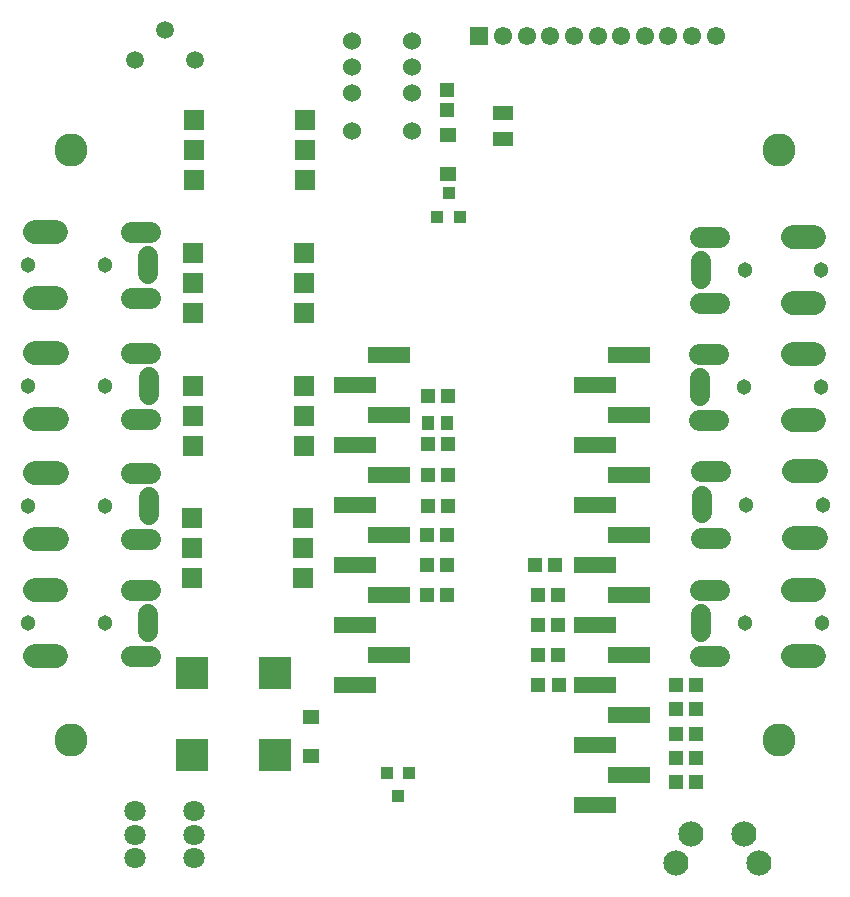
<source format=gts>
G04 EAGLE Gerber RS-274X export*
G75*
%MOMM*%
%FSLAX34Y34*%
%LPD*%
%INSoldermask Top*%
%IPPOS*%
%AMOC8*
5,1,8,0,0,1.08239X$1,22.5*%
G01*
%ADD10R,1.203200X1.303200*%
%ADD11R,1.003200X1.103200*%
%ADD12C,1.506200*%
%ADD13C,1.523200*%
%ADD14R,1.803200X1.653200*%
%ADD15C,1.703200*%
%ADD16C,1.803200*%
%ADD17C,2.003200*%
%ADD18C,1.303200*%
%ADD19R,1.303200X1.203200*%
%ADD20R,1.124100X1.173400*%
%ADD21C,2.803200*%
%ADD22R,1.703200X1.203200*%
%ADD23C,2.133600*%
%ADD24R,1.453200X1.153200*%
%ADD25C,1.803200*%
%ADD26R,1.553200X1.553200*%
%ADD27C,1.553200*%
%ADD28R,2.703200X2.703200*%
%ADD29R,3.633200X1.473200*%


D10*
X371740Y243260D03*
X388740Y243260D03*
D11*
X356710Y92730D03*
X337710Y92730D03*
X347210Y72730D03*
D12*
X124860Y696090D03*
X150260Y721490D03*
X175660Y696090D03*
D10*
X372600Y344910D03*
X389600Y344910D03*
X372470Y318990D03*
X389470Y318990D03*
X371760Y293770D03*
X388760Y293770D03*
D13*
X359220Y636190D03*
X359220Y668190D03*
X359220Y690190D03*
X359220Y712190D03*
X308420Y712190D03*
X308420Y690190D03*
X308420Y668190D03*
X308420Y636190D03*
D14*
X267900Y369667D03*
X267900Y395067D03*
X267900Y420467D03*
X173900Y420467D03*
X173900Y395067D03*
X173900Y369667D03*
D15*
X136300Y326300D02*
X136300Y311300D01*
D16*
X137300Y346800D02*
X121300Y346800D01*
X121300Y290800D02*
X137300Y290800D01*
D17*
X58300Y346800D02*
X40300Y346800D01*
X40300Y290800D02*
X58300Y290800D01*
D18*
X34300Y318800D03*
X99300Y318800D03*
D15*
X603900Y510900D02*
X603900Y525900D01*
D16*
X602900Y490400D02*
X618900Y490400D01*
X618900Y546400D02*
X602900Y546400D01*
D17*
X681900Y490400D02*
X699900Y490400D01*
X699900Y546400D02*
X681900Y546400D01*
D18*
X705900Y518400D03*
X640900Y518400D03*
D15*
X136400Y427800D02*
X136400Y412800D01*
D16*
X137400Y448300D02*
X121400Y448300D01*
X121400Y392300D02*
X137400Y392300D01*
D17*
X58400Y448300D02*
X40400Y448300D01*
X40400Y392300D02*
X58400Y392300D01*
D18*
X34400Y420300D03*
X99400Y420300D03*
D15*
X136100Y515200D02*
X136100Y530200D01*
D16*
X137100Y550700D02*
X121100Y550700D01*
X121100Y494700D02*
X137100Y494700D01*
D17*
X58100Y550700D02*
X40100Y550700D01*
X40100Y494700D02*
X58100Y494700D01*
D18*
X34100Y522700D03*
X99100Y522700D03*
D14*
X267600Y482033D03*
X267600Y507433D03*
X267600Y532833D03*
X173600Y532833D03*
X173600Y507433D03*
X173600Y482033D03*
X268500Y594400D03*
X268500Y619800D03*
X268500Y645200D03*
X174500Y645200D03*
X174500Y619800D03*
X174500Y594400D03*
D11*
X380700Y563550D03*
X399700Y563550D03*
X390200Y583550D03*
D10*
X371800Y268700D03*
X388800Y268700D03*
D15*
X603500Y411800D02*
X603500Y426800D01*
D16*
X602500Y391300D02*
X618500Y391300D01*
X618500Y447300D02*
X602500Y447300D01*
D17*
X681500Y391300D02*
X699500Y391300D01*
X699500Y447300D02*
X681500Y447300D01*
D18*
X705500Y419300D03*
X640500Y419300D03*
D19*
X388890Y653920D03*
X388890Y670920D03*
D10*
X389680Y370862D03*
X372680Y370862D03*
D20*
X373194Y388606D03*
X388686Y388606D03*
D21*
X70197Y120197D03*
X670197Y120197D03*
X70197Y620197D03*
X670197Y620197D03*
D22*
X436400Y651400D03*
X436400Y629400D03*
D23*
X640450Y41300D03*
X595450Y41300D03*
X652950Y16300D03*
X582950Y16300D03*
D24*
X273800Y107250D03*
X273800Y140250D03*
X389800Y632750D03*
X389800Y599750D03*
D15*
X604900Y327300D02*
X604900Y312300D01*
D16*
X603900Y291800D02*
X619900Y291800D01*
X619900Y347800D02*
X603900Y347800D01*
D17*
X682900Y291800D02*
X700900Y291800D01*
X700900Y347800D02*
X682900Y347800D01*
D18*
X706900Y319800D03*
X641900Y319800D03*
D15*
X604000Y226800D02*
X604000Y211800D01*
D16*
X603000Y191300D02*
X619000Y191300D01*
X619000Y247300D02*
X603000Y247300D01*
D17*
X682000Y191300D02*
X700000Y191300D01*
X700000Y247300D02*
X682000Y247300D01*
D18*
X706000Y219300D03*
X641000Y219300D03*
D10*
X582950Y84950D03*
X599950Y84950D03*
X599900Y166850D03*
X582900Y166850D03*
X599900Y146350D03*
X582900Y146350D03*
X599950Y125850D03*
X582950Y125850D03*
X600050Y105450D03*
X583050Y105450D03*
D25*
X174900Y20200D03*
X174900Y40200D03*
X174900Y60200D03*
X124900Y20200D03*
X124900Y40200D03*
X124900Y60200D03*
D10*
X372600Y411300D03*
X389600Y411300D03*
D15*
X136100Y226800D02*
X136100Y211800D01*
D16*
X137100Y247300D02*
X121100Y247300D01*
X121100Y191300D02*
X137100Y191300D01*
D17*
X58100Y247300D02*
X40100Y247300D01*
X40100Y191300D02*
X58100Y191300D01*
D18*
X34100Y219300D03*
X99100Y219300D03*
D14*
X266750Y257300D03*
X266750Y282700D03*
X266750Y308100D03*
X172750Y308100D03*
X172750Y282700D03*
X172750Y257300D03*
D10*
X466300Y167100D03*
X483300Y167100D03*
X466100Y192500D03*
X483100Y192500D03*
X465900Y217900D03*
X482900Y217900D03*
X465600Y243100D03*
X482600Y243100D03*
X463700Y268700D03*
X480700Y268700D03*
D26*
X416400Y716800D03*
D27*
X436400Y716800D03*
X456400Y716800D03*
X476400Y716800D03*
X496400Y716800D03*
X516400Y716800D03*
X536400Y716800D03*
X556400Y716800D03*
X576400Y716800D03*
X596400Y716800D03*
X616400Y716800D03*
D28*
X172850Y107350D03*
X242850Y107350D03*
X242850Y177350D03*
X172850Y177350D03*
D29*
X514100Y65400D03*
X543300Y90800D03*
X514100Y116200D03*
X543300Y141600D03*
X514100Y167000D03*
X543300Y192400D03*
X514100Y217800D03*
X543300Y243200D03*
X514100Y268600D03*
X543300Y294000D03*
X514100Y319400D03*
X543300Y344800D03*
X514100Y370200D03*
X543300Y395600D03*
X514100Y421000D03*
X543300Y446400D03*
X310900Y167000D03*
X340100Y192400D03*
X310900Y217800D03*
X340100Y243200D03*
X310900Y268600D03*
X340100Y294000D03*
X310900Y319400D03*
X340100Y344800D03*
X310900Y370200D03*
X340100Y395600D03*
X310900Y421000D03*
X340100Y446400D03*
M02*

</source>
